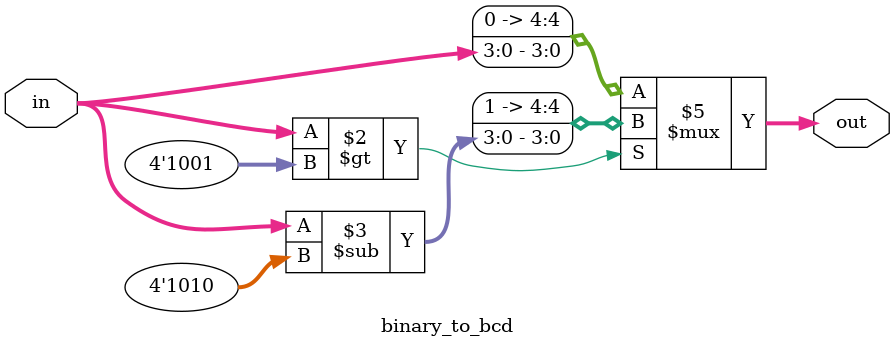
<source format=sv>

module binary_to_bcd(
    input [3:0] in,
    output reg [4:0] out
    );
    always@(*)begin
    if(in>4'b1001)
    out={1'b1,in-4'b1010};
    else
    out={1'b0,in};
    end
endmodule

</source>
